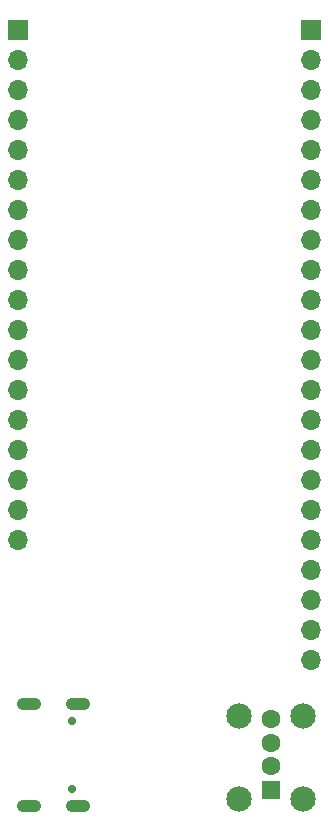
<source format=gbr>
%TF.GenerationSoftware,KiCad,Pcbnew,5.1.5+dfsg1-2build2*%
%TF.CreationDate,2021-06-12T01:28:48+05:30*%
%TF.ProjectId,USBee32-S2,55534265-6533-4322-9d53-322e6b696361,rev?*%
%TF.SameCoordinates,Original*%
%TF.FileFunction,Soldermask,Bot*%
%TF.FilePolarity,Negative*%
%FSLAX46Y46*%
G04 Gerber Fmt 4.6, Leading zero omitted, Abs format (unit mm)*
G04 Created by KiCad (PCBNEW 5.1.5+dfsg1-2build2) date 2021-06-12 01:28:48*
%MOMM*%
%LPD*%
G04 APERTURE LIST*
%ADD10C,0.700000*%
%ADD11O,2.100000X1.050000*%
%ADD12C,2.150000*%
%ADD13R,1.600000X1.600000*%
%ADD14C,1.600000*%
%ADD15O,1.700000X1.700000*%
%ADD16R,1.700000X1.700000*%
G04 APERTURE END LIST*
D10*
X143013800Y-132938800D03*
X143013800Y-127158800D03*
D11*
X139363800Y-134368800D03*
X139363800Y-125728800D03*
X143543800Y-134368800D03*
X143543800Y-125728800D03*
D12*
X157192400Y-133750600D03*
X157192400Y-126750600D03*
X162632400Y-126750600D03*
X162632400Y-133750600D03*
D13*
X159912400Y-133020600D03*
D14*
X159912400Y-131020600D03*
X159912400Y-129020600D03*
X159912400Y-127020600D03*
D15*
X163240000Y-122015000D03*
X163240000Y-119475000D03*
X163240000Y-116935000D03*
X163240000Y-114395000D03*
X163240000Y-111855000D03*
X163240000Y-109315000D03*
X163240000Y-106775000D03*
X163240000Y-104235000D03*
X163240000Y-101695000D03*
X163240000Y-99155000D03*
X163240000Y-96615000D03*
X163240000Y-94075000D03*
X163240000Y-91535000D03*
X163240000Y-88995000D03*
X163240000Y-86455000D03*
X163240000Y-83915000D03*
X163240000Y-81375000D03*
X163240000Y-78835000D03*
X163240000Y-76295000D03*
X163240000Y-73755000D03*
X163240000Y-71215000D03*
D16*
X163240000Y-68675000D03*
D15*
X138450000Y-111855000D03*
X138450000Y-109315000D03*
X138450000Y-106775000D03*
X138450000Y-104235000D03*
X138450000Y-101695000D03*
X138450000Y-99155000D03*
X138450000Y-96615000D03*
X138450000Y-94075000D03*
X138450000Y-91535000D03*
X138450000Y-88995000D03*
X138450000Y-86455000D03*
X138450000Y-83915000D03*
X138450000Y-81375000D03*
X138450000Y-78835000D03*
X138450000Y-76295000D03*
X138450000Y-73755000D03*
X138450000Y-71215000D03*
D16*
X138450000Y-68675000D03*
M02*

</source>
